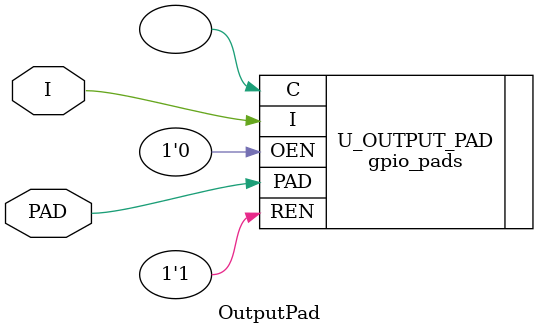
<source format=v>
/*
**---------------------------------------------------------------------
** Title         : wrapper file for Output pad 
** Project       :
**---------------------------------------------------------------------
** File          : OutputPad.v
** Author        : Dinesh A
** Created       : 
** Last modified : 
** Upper Modules/file instantiating this module:  
**---------------------------------------------------------------------
** Modification history :
**
**--------------------------------------------------------------------
*/

module OutputPad (PAD, I);
inout  PAD ;
input I ;

gpio_pads U_OUTPUT_PAD (
                                 .I(I), 
                                 .OEN(1'b0), 
                                 .PAD(PAD), 
                                 .C(), 
                                 .REN(1'b1) 

);

endmodule


</source>
